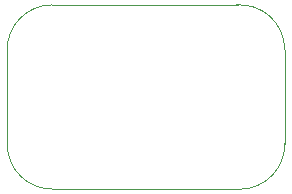
<source format=gko>
%TF.GenerationSoftware,KiCad,Pcbnew,4.0.5-e0-6337~49~ubuntu16.04.1*%
%TF.CreationDate,2017-05-28T07:48:56-07:00*%
%TF.ProjectId,2x3-Mini-Potentiometer-3361P-SMT,3278332D4D696E692D506F74656E7469,v1.1*%
%TF.FileFunction,Profile,NP*%
%FSLAX46Y46*%
G04 Gerber Fmt 4.6, Leading zero omitted, Abs format (unit mm)*
G04 Created by KiCad (PCBNEW 4.0.5-e0-6337~49~ubuntu16.04.1) date Sun May 28 07:48:56 2017*
%MOMM*%
%LPD*%
G01*
G04 APERTURE LIST*
%ADD10C,0.350000*%
%ADD11C,0.040640*%
G04 APERTURE END LIST*
D10*
D11*
X20187920Y-42413080D02*
G75*
G03X23881288Y-38513260I-106632J3799820D01*
G01*
X23887920Y-30613080D02*
G75*
G03X19776096Y-26813080I-3811824J0D01*
G01*
X4187920Y-26811764D02*
G75*
G03X387920Y-30713080I0J-3801316D01*
G01*
X386604Y-38613080D02*
G75*
G03X4287920Y-42413080I3801316J0D01*
G01*
X387920Y-38613080D02*
X387920Y-30613080D01*
X4187920Y-42413080D02*
X20187920Y-42413080D01*
X4187920Y-26813080D02*
X19887920Y-26813080D01*
X23887920Y-38613080D02*
X23887920Y-30613080D01*
M02*

</source>
